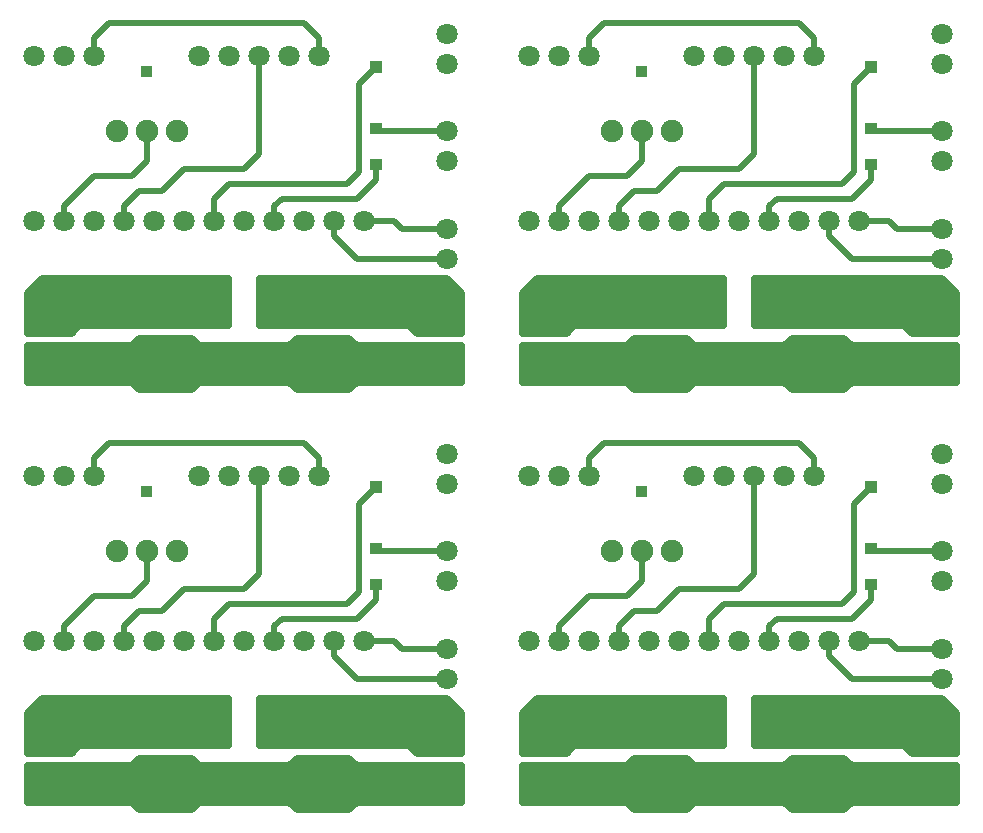
<source format=gbr>
%FSLAX34Y34*%
%MOMM*%
%LNSILK_TOP*%
G71*
G01*
%ADD10C, 1.80*%
%ADD11C, 4.50*%
%ADD12C, 3.00*%
%ADD13C, 2.00*%
%ADD14C, 1.90*%
%ADD15C, 1.80*%
%ADD16C, 0.50*%
%LPD*%
X279400Y927100D02*
G54D10*
D03*
X254000Y927100D02*
G54D10*
D03*
X228600Y927100D02*
G54D10*
D03*
X203200Y927100D02*
G54D10*
D03*
X177800Y927100D02*
G54D10*
D03*
X387350Y946150D02*
G54D10*
D03*
X387350Y920750D02*
G54D10*
D03*
X149225Y666750D02*
G54D11*
D03*
X282575Y666750D02*
G54D11*
D03*
G36*
X322620Y840620D02*
X332620Y840620D01*
X332620Y830620D01*
X322620Y830620D01*
X322620Y840620D01*
G37*
X381000Y706438D02*
G54D12*
D03*
X381000Y666750D02*
G54D12*
D03*
X50800Y666750D02*
G54D12*
D03*
X50800Y706438D02*
G54D12*
D03*
X155575Y730250D02*
G54D13*
D03*
X155575Y728662D02*
G54D13*
D03*
X155575Y727075D02*
G54D13*
D03*
X155575Y725488D02*
G54D13*
D03*
X155575Y723900D02*
G54D13*
D03*
X155575Y722312D02*
G54D13*
D03*
X155575Y720725D02*
G54D13*
D03*
X155575Y719138D02*
G54D13*
D03*
X155575Y717550D02*
G54D13*
D03*
X155575Y715962D02*
G54D13*
D03*
X155575Y714375D02*
G54D13*
D03*
X155575Y712788D02*
G54D13*
D03*
X155575Y711200D02*
G54D13*
D03*
X192088Y730250D02*
G54D13*
D03*
X192088Y728662D02*
G54D13*
D03*
X192088Y727075D02*
G54D13*
D03*
X192088Y725488D02*
G54D13*
D03*
X192088Y723900D02*
G54D13*
D03*
X192088Y722312D02*
G54D13*
D03*
X192088Y720725D02*
G54D13*
D03*
X192088Y719138D02*
G54D13*
D03*
X192088Y717550D02*
G54D13*
D03*
X192088Y715962D02*
G54D13*
D03*
X192088Y714375D02*
G54D13*
D03*
X192088Y712788D02*
G54D13*
D03*
X192088Y711200D02*
G54D13*
D03*
X239712Y730250D02*
G54D13*
D03*
X239712Y728662D02*
G54D13*
D03*
X239712Y727075D02*
G54D13*
D03*
X239712Y725488D02*
G54D13*
D03*
X239712Y723900D02*
G54D13*
D03*
X239712Y722312D02*
G54D13*
D03*
X239712Y720725D02*
G54D13*
D03*
X239712Y719138D02*
G54D13*
D03*
X239712Y717550D02*
G54D13*
D03*
X239712Y715962D02*
G54D13*
D03*
X239712Y714375D02*
G54D13*
D03*
X239712Y712788D02*
G54D13*
D03*
X239712Y711200D02*
G54D13*
D03*
X276225Y730250D02*
G54D13*
D03*
X276225Y728662D02*
G54D13*
D03*
X276225Y727075D02*
G54D13*
D03*
X276225Y725488D02*
G54D13*
D03*
X276225Y723900D02*
G54D13*
D03*
X276225Y722312D02*
G54D13*
D03*
X276225Y720725D02*
G54D13*
D03*
X276225Y719138D02*
G54D13*
D03*
X276225Y717550D02*
G54D13*
D03*
X276225Y715962D02*
G54D13*
D03*
X276225Y714375D02*
G54D13*
D03*
X276225Y712788D02*
G54D13*
D03*
X276225Y711200D02*
G54D13*
D03*
X387350Y863600D02*
G54D10*
D03*
X387350Y838200D02*
G54D10*
D03*
X387350Y781050D02*
G54D10*
D03*
X387350Y755650D02*
G54D10*
D03*
X107950Y863600D02*
G54D14*
D03*
X133350Y863600D02*
G54D14*
D03*
X158750Y863600D02*
G54D14*
D03*
X38100Y787400D02*
G54D15*
D03*
X63500Y787400D02*
G54D15*
D03*
X88900Y787400D02*
G54D15*
D03*
X114300Y787400D02*
G54D15*
D03*
X139700Y787400D02*
G54D15*
D03*
X165100Y787400D02*
G54D15*
D03*
X190500Y787400D02*
G54D15*
D03*
X215900Y787400D02*
G54D15*
D03*
X241300Y787400D02*
G54D15*
D03*
X266700Y787400D02*
G54D15*
D03*
X292100Y787400D02*
G54D15*
D03*
X317500Y787400D02*
G54D15*
D03*
G54D16*
X317500Y787400D02*
X342900Y787400D01*
X349250Y781050D01*
X387350Y781050D01*
G54D16*
X292100Y787400D02*
X292100Y774700D01*
X311150Y755650D01*
X387350Y755650D01*
X88900Y927100D02*
G54D10*
D03*
X63500Y927100D02*
G54D10*
D03*
X38100Y927100D02*
G54D10*
D03*
G54D16*
X327620Y835620D02*
X327620Y822920D01*
X311150Y806450D01*
X247650Y806450D01*
X241300Y800100D01*
X241300Y787400D01*
G36*
X322620Y871180D02*
X332620Y871180D01*
X332620Y861180D01*
X322620Y861180D01*
X322620Y871180D01*
G37*
G54D16*
X387350Y863600D02*
X330200Y863600D01*
X327620Y866180D01*
G54D16*
X190500Y787400D02*
X190500Y806450D01*
X203200Y819150D01*
X303212Y819150D01*
X313333Y829271D01*
X313333Y903883D01*
X327620Y918170D01*
G36*
X322620Y923170D02*
X332620Y923170D01*
X332620Y913170D01*
X322620Y913170D01*
X322620Y923170D01*
G37*
G54D16*
X114300Y787400D02*
X114300Y800100D01*
X127000Y812800D01*
X146050Y812800D01*
X165100Y831850D01*
X215900Y831850D01*
X228600Y844550D01*
X228600Y927100D01*
G54D16*
X63500Y787400D02*
X63500Y800100D01*
X88900Y825500D01*
X120650Y825500D01*
X133350Y838200D01*
X133350Y863600D01*
G36*
X128350Y919400D02*
X138350Y919400D01*
X138350Y909400D01*
X128350Y909400D01*
X128350Y919400D01*
G37*
G36*
X31750Y682625D02*
X120650Y682625D01*
X127000Y688975D01*
X171450Y688975D01*
X177800Y682625D01*
X254000Y682625D01*
X260350Y688975D01*
X304800Y688975D01*
X311150Y682625D01*
X400050Y682625D01*
X400050Y650875D01*
X311150Y650875D01*
X304800Y644525D01*
X260350Y644525D01*
X254000Y650875D01*
X177800Y650875D01*
X171450Y644525D01*
X127000Y644525D01*
X120650Y650875D01*
X31750Y650875D01*
X31750Y682625D01*
G37*
G54D16*
X31750Y682625D02*
X120650Y682625D01*
X127000Y688975D01*
X171450Y688975D01*
X177800Y682625D01*
X254000Y682625D01*
X260350Y688975D01*
X304800Y688975D01*
X311150Y682625D01*
X400050Y682625D01*
X400050Y650875D01*
X311150Y650875D01*
X304800Y644525D01*
X260350Y644525D01*
X254000Y650875D01*
X177800Y650875D01*
X171450Y644525D01*
X127000Y644525D01*
X120650Y650875D01*
X31750Y650875D01*
X31750Y682625D01*
G36*
X31750Y692150D02*
X69850Y692150D01*
X76200Y698500D01*
X203200Y698500D01*
X203200Y739775D01*
X44450Y739775D01*
X31750Y727075D01*
X31750Y692150D01*
G37*
G54D16*
X31750Y692150D02*
X69850Y692150D01*
X76200Y698500D01*
X203200Y698500D01*
X203200Y739775D01*
X44450Y739775D01*
X31750Y727075D01*
X31750Y692150D01*
G36*
X228600Y698500D02*
X355600Y698500D01*
X361950Y692150D01*
X400050Y692150D01*
X400050Y727075D01*
X387350Y739775D01*
X228600Y739775D01*
X228600Y698500D01*
G37*
G54D16*
X228600Y698500D02*
X355600Y698500D01*
X361950Y692150D01*
X400050Y692150D01*
X400050Y727075D01*
X387350Y739775D01*
X228600Y739775D01*
X228600Y698500D01*
G54D16*
X279400Y927100D02*
X279400Y942975D01*
X266700Y955675D01*
X101600Y955675D01*
X88900Y942975D01*
X88900Y927100D01*
X698500Y927100D02*
G54D10*
D03*
X673100Y927100D02*
G54D10*
D03*
X647700Y927100D02*
G54D10*
D03*
X622300Y927100D02*
G54D10*
D03*
X596900Y927100D02*
G54D10*
D03*
X806450Y946150D02*
G54D10*
D03*
X806450Y920750D02*
G54D10*
D03*
X568325Y666750D02*
G54D11*
D03*
X701675Y666750D02*
G54D11*
D03*
G36*
X741720Y840620D02*
X751720Y840620D01*
X751720Y830620D01*
X741720Y830620D01*
X741720Y840620D01*
G37*
X800100Y706438D02*
G54D12*
D03*
X800100Y666750D02*
G54D12*
D03*
X469900Y666750D02*
G54D12*
D03*
X469900Y706438D02*
G54D12*
D03*
X574675Y730250D02*
G54D13*
D03*
X574675Y728662D02*
G54D13*
D03*
X574675Y727075D02*
G54D13*
D03*
X574675Y725488D02*
G54D13*
D03*
X574675Y723900D02*
G54D13*
D03*
X574675Y722312D02*
G54D13*
D03*
X574675Y720725D02*
G54D13*
D03*
X574675Y719138D02*
G54D13*
D03*
X574675Y717550D02*
G54D13*
D03*
X574675Y715962D02*
G54D13*
D03*
X574675Y714375D02*
G54D13*
D03*
X574675Y712788D02*
G54D13*
D03*
X574675Y711200D02*
G54D13*
D03*
X611188Y730250D02*
G54D13*
D03*
X611188Y728662D02*
G54D13*
D03*
X611188Y727075D02*
G54D13*
D03*
X611188Y725488D02*
G54D13*
D03*
X611188Y723900D02*
G54D13*
D03*
X611188Y722312D02*
G54D13*
D03*
X611188Y720725D02*
G54D13*
D03*
X611188Y719138D02*
G54D13*
D03*
X611188Y717550D02*
G54D13*
D03*
X611188Y715962D02*
G54D13*
D03*
X611188Y714375D02*
G54D13*
D03*
X611188Y712788D02*
G54D13*
D03*
X611188Y711200D02*
G54D13*
D03*
X658812Y730250D02*
G54D13*
D03*
X658812Y728662D02*
G54D13*
D03*
X658812Y727075D02*
G54D13*
D03*
X658812Y725488D02*
G54D13*
D03*
X658812Y723900D02*
G54D13*
D03*
X658812Y722312D02*
G54D13*
D03*
X658812Y720725D02*
G54D13*
D03*
X658812Y719138D02*
G54D13*
D03*
X658812Y717550D02*
G54D13*
D03*
X658812Y715962D02*
G54D13*
D03*
X658812Y714375D02*
G54D13*
D03*
X658812Y712788D02*
G54D13*
D03*
X658812Y711200D02*
G54D13*
D03*
X695325Y730250D02*
G54D13*
D03*
X695325Y728662D02*
G54D13*
D03*
X695325Y727075D02*
G54D13*
D03*
X695325Y725488D02*
G54D13*
D03*
X695325Y723900D02*
G54D13*
D03*
X695325Y722312D02*
G54D13*
D03*
X695325Y720725D02*
G54D13*
D03*
X695325Y719138D02*
G54D13*
D03*
X695325Y717550D02*
G54D13*
D03*
X695325Y715962D02*
G54D13*
D03*
X695325Y714375D02*
G54D13*
D03*
X695325Y712788D02*
G54D13*
D03*
X695325Y711200D02*
G54D13*
D03*
X806450Y863600D02*
G54D10*
D03*
X806450Y838200D02*
G54D10*
D03*
X806450Y781050D02*
G54D10*
D03*
X806450Y755650D02*
G54D10*
D03*
X527050Y863600D02*
G54D14*
D03*
X552450Y863600D02*
G54D14*
D03*
X577850Y863600D02*
G54D14*
D03*
X457200Y787400D02*
G54D15*
D03*
X482600Y787400D02*
G54D15*
D03*
X508000Y787400D02*
G54D15*
D03*
X533400Y787400D02*
G54D15*
D03*
X558800Y787400D02*
G54D15*
D03*
X584200Y787400D02*
G54D15*
D03*
X609600Y787400D02*
G54D15*
D03*
X635000Y787400D02*
G54D15*
D03*
X660400Y787400D02*
G54D15*
D03*
X685800Y787400D02*
G54D15*
D03*
X711200Y787400D02*
G54D15*
D03*
X736600Y787400D02*
G54D15*
D03*
G54D16*
X736600Y787400D02*
X762000Y787400D01*
X768350Y781050D01*
X806450Y781050D01*
G54D16*
X711200Y787400D02*
X711200Y774700D01*
X730250Y755650D01*
X806450Y755650D01*
X508000Y927100D02*
G54D10*
D03*
X482600Y927100D02*
G54D10*
D03*
X457200Y927100D02*
G54D10*
D03*
G54D16*
X746720Y835620D02*
X746720Y822920D01*
X730250Y806450D01*
X666750Y806450D01*
X660400Y800100D01*
X660400Y787400D01*
G36*
X741720Y871180D02*
X751720Y871180D01*
X751720Y861180D01*
X741720Y861180D01*
X741720Y871180D01*
G37*
G54D16*
X806450Y863600D02*
X749300Y863600D01*
X746720Y866180D01*
G54D16*
X609600Y787400D02*
X609600Y806450D01*
X622300Y819150D01*
X722312Y819150D01*
X732433Y829270D01*
X732433Y903883D01*
X746720Y918170D01*
G36*
X741720Y923170D02*
X751720Y923170D01*
X751720Y913170D01*
X741720Y913170D01*
X741720Y923170D01*
G37*
G54D16*
X533400Y787400D02*
X533400Y800100D01*
X546100Y812800D01*
X565150Y812800D01*
X584200Y831850D01*
X635000Y831850D01*
X647700Y844550D01*
X647700Y927100D01*
G54D16*
X482600Y787400D02*
X482600Y800100D01*
X508000Y825500D01*
X539750Y825500D01*
X552450Y838200D01*
X552450Y863600D01*
G36*
X547450Y919400D02*
X557450Y919400D01*
X557450Y909400D01*
X547450Y909400D01*
X547450Y919400D01*
G37*
G36*
X450850Y682625D02*
X539750Y682625D01*
X546100Y688975D01*
X590550Y688975D01*
X596900Y682625D01*
X673100Y682625D01*
X679450Y688975D01*
X723900Y688975D01*
X730250Y682625D01*
X819150Y682625D01*
X819150Y650875D01*
X730250Y650875D01*
X723900Y644525D01*
X679450Y644525D01*
X673100Y650875D01*
X596900Y650875D01*
X590550Y644525D01*
X546100Y644525D01*
X539750Y650875D01*
X450850Y650875D01*
X450850Y682625D01*
G37*
G54D16*
X450850Y682625D02*
X539750Y682625D01*
X546100Y688975D01*
X590550Y688975D01*
X596900Y682625D01*
X673100Y682625D01*
X679450Y688975D01*
X723900Y688975D01*
X730250Y682625D01*
X819150Y682625D01*
X819150Y650875D01*
X730250Y650875D01*
X723900Y644525D01*
X679450Y644525D01*
X673100Y650875D01*
X596900Y650875D01*
X590550Y644525D01*
X546100Y644525D01*
X539750Y650875D01*
X450850Y650875D01*
X450850Y682625D01*
G36*
X450850Y692150D02*
X488950Y692150D01*
X495300Y698500D01*
X622300Y698500D01*
X622300Y739775D01*
X463550Y739775D01*
X450850Y727075D01*
X450850Y692150D01*
G37*
G54D16*
X450850Y692150D02*
X488950Y692150D01*
X495300Y698500D01*
X622300Y698500D01*
X622300Y739775D01*
X463550Y739775D01*
X450850Y727075D01*
X450850Y692150D01*
G36*
X647700Y698500D02*
X774700Y698500D01*
X781050Y692150D01*
X819150Y692150D01*
X819150Y727075D01*
X806450Y739775D01*
X647700Y739775D01*
X647700Y698500D01*
G37*
G54D16*
X647700Y698500D02*
X774700Y698500D01*
X781050Y692150D01*
X819150Y692150D01*
X819150Y727075D01*
X806450Y739775D01*
X647700Y739775D01*
X647700Y698500D01*
G54D16*
X698500Y927100D02*
X698500Y942975D01*
X685800Y955675D01*
X520700Y955675D01*
X508000Y942975D01*
X508000Y927100D01*
X279400Y571500D02*
G54D10*
D03*
X254000Y571500D02*
G54D10*
D03*
X228600Y571500D02*
G54D10*
D03*
X203200Y571500D02*
G54D10*
D03*
X177800Y571500D02*
G54D10*
D03*
X387350Y590550D02*
G54D10*
D03*
X387350Y565150D02*
G54D10*
D03*
X149225Y311150D02*
G54D11*
D03*
X282575Y311150D02*
G54D11*
D03*
G36*
X322620Y485020D02*
X332620Y485020D01*
X332620Y475020D01*
X322620Y475020D01*
X322620Y485020D01*
G37*
X381000Y350838D02*
G54D12*
D03*
X381000Y311150D02*
G54D12*
D03*
X50800Y311150D02*
G54D12*
D03*
X50800Y350838D02*
G54D12*
D03*
X155575Y374650D02*
G54D13*
D03*
X155575Y373062D02*
G54D13*
D03*
X155575Y371475D02*
G54D13*
D03*
X155575Y369888D02*
G54D13*
D03*
X155575Y368300D02*
G54D13*
D03*
X155575Y366712D02*
G54D13*
D03*
X155575Y365125D02*
G54D13*
D03*
X155575Y363538D02*
G54D13*
D03*
X155575Y361950D02*
G54D13*
D03*
X155575Y360362D02*
G54D13*
D03*
X155575Y358775D02*
G54D13*
D03*
X155575Y357188D02*
G54D13*
D03*
X155575Y355600D02*
G54D13*
D03*
X192088Y374650D02*
G54D13*
D03*
X192088Y373062D02*
G54D13*
D03*
X192088Y371475D02*
G54D13*
D03*
X192088Y369888D02*
G54D13*
D03*
X192088Y368300D02*
G54D13*
D03*
X192088Y366712D02*
G54D13*
D03*
X192088Y365125D02*
G54D13*
D03*
X192088Y363538D02*
G54D13*
D03*
X192088Y361950D02*
G54D13*
D03*
X192088Y360362D02*
G54D13*
D03*
X192088Y358775D02*
G54D13*
D03*
X192088Y357188D02*
G54D13*
D03*
X192088Y355600D02*
G54D13*
D03*
X239712Y374650D02*
G54D13*
D03*
X239712Y373062D02*
G54D13*
D03*
X239712Y371475D02*
G54D13*
D03*
X239712Y369888D02*
G54D13*
D03*
X239712Y368300D02*
G54D13*
D03*
X239712Y366712D02*
G54D13*
D03*
X239712Y365125D02*
G54D13*
D03*
X239712Y363538D02*
G54D13*
D03*
X239712Y361950D02*
G54D13*
D03*
X239712Y360362D02*
G54D13*
D03*
X239712Y358775D02*
G54D13*
D03*
X239712Y357188D02*
G54D13*
D03*
X239712Y355600D02*
G54D13*
D03*
X276225Y374650D02*
G54D13*
D03*
X276225Y373062D02*
G54D13*
D03*
X276225Y371475D02*
G54D13*
D03*
X276225Y369888D02*
G54D13*
D03*
X276225Y368300D02*
G54D13*
D03*
X276225Y366712D02*
G54D13*
D03*
X276225Y365125D02*
G54D13*
D03*
X276225Y363538D02*
G54D13*
D03*
X276225Y361950D02*
G54D13*
D03*
X276225Y360362D02*
G54D13*
D03*
X276225Y358775D02*
G54D13*
D03*
X276225Y357188D02*
G54D13*
D03*
X276225Y355600D02*
G54D13*
D03*
X387350Y508000D02*
G54D10*
D03*
X387350Y482600D02*
G54D10*
D03*
X387350Y425450D02*
G54D10*
D03*
X387350Y400050D02*
G54D10*
D03*
X107950Y508000D02*
G54D14*
D03*
X133350Y508000D02*
G54D14*
D03*
X158750Y508000D02*
G54D14*
D03*
X38100Y431800D02*
G54D15*
D03*
X63500Y431800D02*
G54D15*
D03*
X88900Y431800D02*
G54D15*
D03*
X114300Y431800D02*
G54D15*
D03*
X139700Y431800D02*
G54D15*
D03*
X165100Y431800D02*
G54D15*
D03*
X190500Y431800D02*
G54D15*
D03*
X215900Y431800D02*
G54D15*
D03*
X241300Y431800D02*
G54D15*
D03*
X266700Y431800D02*
G54D15*
D03*
X292100Y431800D02*
G54D15*
D03*
X317500Y431800D02*
G54D15*
D03*
G54D16*
X317500Y431800D02*
X342900Y431800D01*
X349250Y425450D01*
X387350Y425450D01*
G54D16*
X292100Y431800D02*
X292100Y419100D01*
X311150Y400050D01*
X387350Y400050D01*
X88900Y571500D02*
G54D10*
D03*
X63500Y571500D02*
G54D10*
D03*
X38100Y571500D02*
G54D10*
D03*
G54D16*
X327620Y480020D02*
X327620Y467320D01*
X311150Y450850D01*
X247650Y450850D01*
X241300Y444500D01*
X241300Y431800D01*
G36*
X322620Y515580D02*
X332620Y515580D01*
X332620Y505580D01*
X322620Y505580D01*
X322620Y515580D01*
G37*
G54D16*
X387350Y508000D02*
X330200Y508000D01*
X327620Y510580D01*
G54D16*
X190500Y431800D02*
X190500Y450850D01*
X203200Y463550D01*
X303212Y463550D01*
X313333Y473670D01*
X313333Y548283D01*
X327620Y562570D01*
G36*
X322620Y567570D02*
X332620Y567570D01*
X332620Y557570D01*
X322620Y557570D01*
X322620Y567570D01*
G37*
G54D16*
X114300Y431800D02*
X114300Y444500D01*
X127000Y457200D01*
X146050Y457200D01*
X165100Y476250D01*
X215900Y476250D01*
X228600Y488950D01*
X228600Y571500D01*
G54D16*
X63500Y431800D02*
X63500Y444500D01*
X88900Y469900D01*
X120650Y469900D01*
X133350Y482600D01*
X133350Y508000D01*
G36*
X128350Y563800D02*
X138350Y563800D01*
X138350Y553800D01*
X128350Y553800D01*
X128350Y563800D01*
G37*
G36*
X31750Y327025D02*
X120650Y327025D01*
X127000Y333375D01*
X171450Y333375D01*
X177800Y327025D01*
X254000Y327025D01*
X260350Y333375D01*
X304800Y333375D01*
X311150Y327025D01*
X400050Y327025D01*
X400050Y295275D01*
X311150Y295275D01*
X304800Y288925D01*
X260350Y288925D01*
X254000Y295275D01*
X177800Y295275D01*
X171450Y288925D01*
X127000Y288925D01*
X120650Y295275D01*
X31750Y295275D01*
X31750Y327025D01*
G37*
G54D16*
X31750Y327025D02*
X120650Y327025D01*
X127000Y333375D01*
X171450Y333375D01*
X177800Y327025D01*
X254000Y327025D01*
X260350Y333375D01*
X304800Y333375D01*
X311150Y327025D01*
X400050Y327025D01*
X400050Y295275D01*
X311150Y295275D01*
X304800Y288925D01*
X260350Y288925D01*
X254000Y295275D01*
X177800Y295275D01*
X171450Y288925D01*
X127000Y288925D01*
X120650Y295275D01*
X31750Y295275D01*
X31750Y327025D01*
G36*
X31750Y336550D02*
X69850Y336550D01*
X76200Y342900D01*
X203200Y342900D01*
X203200Y384175D01*
X44450Y384175D01*
X31750Y371475D01*
X31750Y336550D01*
G37*
G54D16*
X31750Y336550D02*
X69850Y336550D01*
X76200Y342900D01*
X203200Y342900D01*
X203200Y384175D01*
X44450Y384175D01*
X31750Y371475D01*
X31750Y336550D01*
G36*
X228600Y342900D02*
X355600Y342900D01*
X361950Y336550D01*
X400050Y336550D01*
X400050Y371475D01*
X387350Y384175D01*
X228600Y384175D01*
X228600Y342900D01*
G37*
G54D16*
X228600Y342900D02*
X355600Y342900D01*
X361950Y336550D01*
X400050Y336550D01*
X400050Y371475D01*
X387350Y384175D01*
X228600Y384175D01*
X228600Y342900D01*
G54D16*
X279400Y571500D02*
X279400Y587375D01*
X266700Y600075D01*
X101600Y600075D01*
X88900Y587375D01*
X88900Y571500D01*
X698500Y571500D02*
G54D10*
D03*
X673100Y571500D02*
G54D10*
D03*
X647700Y571500D02*
G54D10*
D03*
X622300Y571500D02*
G54D10*
D03*
X596900Y571500D02*
G54D10*
D03*
X806450Y590550D02*
G54D10*
D03*
X806450Y565150D02*
G54D10*
D03*
X568325Y311150D02*
G54D11*
D03*
X701675Y311150D02*
G54D11*
D03*
G36*
X741720Y485020D02*
X751720Y485020D01*
X751720Y475020D01*
X741720Y475020D01*
X741720Y485020D01*
G37*
X800100Y350838D02*
G54D12*
D03*
X800100Y311150D02*
G54D12*
D03*
X469900Y311150D02*
G54D12*
D03*
X469900Y350838D02*
G54D12*
D03*
X574675Y374650D02*
G54D13*
D03*
X574675Y373062D02*
G54D13*
D03*
X574675Y371475D02*
G54D13*
D03*
X574675Y369888D02*
G54D13*
D03*
X574675Y368300D02*
G54D13*
D03*
X574675Y366712D02*
G54D13*
D03*
X574675Y365125D02*
G54D13*
D03*
X574675Y363538D02*
G54D13*
D03*
X574675Y361950D02*
G54D13*
D03*
X574675Y360362D02*
G54D13*
D03*
X574675Y358775D02*
G54D13*
D03*
X574675Y357188D02*
G54D13*
D03*
X574675Y355600D02*
G54D13*
D03*
X611188Y374650D02*
G54D13*
D03*
X611188Y373062D02*
G54D13*
D03*
X611188Y371475D02*
G54D13*
D03*
X611188Y369888D02*
G54D13*
D03*
X611188Y368300D02*
G54D13*
D03*
X611188Y366712D02*
G54D13*
D03*
X611188Y365125D02*
G54D13*
D03*
X611188Y363538D02*
G54D13*
D03*
X611188Y361950D02*
G54D13*
D03*
X611188Y360362D02*
G54D13*
D03*
X611188Y358775D02*
G54D13*
D03*
X611188Y357188D02*
G54D13*
D03*
X611188Y355600D02*
G54D13*
D03*
X658812Y374650D02*
G54D13*
D03*
X658812Y373062D02*
G54D13*
D03*
X658812Y371475D02*
G54D13*
D03*
X658812Y369888D02*
G54D13*
D03*
X658812Y368300D02*
G54D13*
D03*
X658812Y366712D02*
G54D13*
D03*
X658812Y365125D02*
G54D13*
D03*
X658812Y363538D02*
G54D13*
D03*
X658812Y361950D02*
G54D13*
D03*
X658812Y360362D02*
G54D13*
D03*
X658812Y358775D02*
G54D13*
D03*
X658812Y357188D02*
G54D13*
D03*
X658812Y355600D02*
G54D13*
D03*
X695325Y374650D02*
G54D13*
D03*
X695325Y373062D02*
G54D13*
D03*
X695325Y371475D02*
G54D13*
D03*
X695325Y369888D02*
G54D13*
D03*
X695325Y368300D02*
G54D13*
D03*
X695325Y366712D02*
G54D13*
D03*
X695325Y365125D02*
G54D13*
D03*
X695325Y363538D02*
G54D13*
D03*
X695325Y361950D02*
G54D13*
D03*
X695325Y360362D02*
G54D13*
D03*
X695325Y358775D02*
G54D13*
D03*
X695325Y357188D02*
G54D13*
D03*
X695325Y355600D02*
G54D13*
D03*
X806450Y508000D02*
G54D10*
D03*
X806450Y482600D02*
G54D10*
D03*
X806450Y425450D02*
G54D10*
D03*
X806450Y400050D02*
G54D10*
D03*
X527050Y508000D02*
G54D14*
D03*
X552450Y508000D02*
G54D14*
D03*
X577850Y508000D02*
G54D14*
D03*
X457200Y431800D02*
G54D15*
D03*
X482600Y431800D02*
G54D15*
D03*
X508000Y431800D02*
G54D15*
D03*
X533400Y431800D02*
G54D15*
D03*
X558800Y431800D02*
G54D15*
D03*
X584200Y431800D02*
G54D15*
D03*
X609600Y431800D02*
G54D15*
D03*
X635000Y431800D02*
G54D15*
D03*
X660400Y431800D02*
G54D15*
D03*
X685800Y431800D02*
G54D15*
D03*
X711200Y431800D02*
G54D15*
D03*
X736600Y431800D02*
G54D15*
D03*
G54D16*
X736600Y431800D02*
X762000Y431800D01*
X768350Y425450D01*
X806450Y425450D01*
G54D16*
X711200Y431800D02*
X711200Y419100D01*
X730250Y400050D01*
X806450Y400050D01*
X508000Y571500D02*
G54D10*
D03*
X482600Y571500D02*
G54D10*
D03*
X457200Y571500D02*
G54D10*
D03*
G54D16*
X746720Y480020D02*
X746720Y467320D01*
X730250Y450850D01*
X666750Y450850D01*
X660400Y444500D01*
X660400Y431800D01*
G36*
X741720Y515580D02*
X751720Y515580D01*
X751720Y505580D01*
X741720Y505580D01*
X741720Y515580D01*
G37*
G54D16*
X806450Y508000D02*
X749300Y508000D01*
X746720Y510580D01*
G54D16*
X609600Y431800D02*
X609600Y450850D01*
X622300Y463550D01*
X722312Y463550D01*
X732433Y473670D01*
X732433Y548283D01*
X746720Y562570D01*
G36*
X741720Y567570D02*
X751720Y567570D01*
X751720Y557570D01*
X741720Y557570D01*
X741720Y567570D01*
G37*
G54D16*
X533400Y431800D02*
X533400Y444500D01*
X546100Y457200D01*
X565150Y457200D01*
X584200Y476250D01*
X635000Y476250D01*
X647700Y488950D01*
X647700Y571500D01*
G54D16*
X482600Y431800D02*
X482600Y444500D01*
X508000Y469900D01*
X539750Y469900D01*
X552450Y482600D01*
X552450Y508000D01*
G36*
X547450Y563800D02*
X557450Y563800D01*
X557450Y553800D01*
X547450Y553800D01*
X547450Y563800D01*
G37*
G36*
X450850Y327025D02*
X539750Y327025D01*
X546100Y333375D01*
X590550Y333375D01*
X596900Y327025D01*
X673100Y327025D01*
X679450Y333375D01*
X723900Y333375D01*
X730250Y327025D01*
X819150Y327025D01*
X819150Y295275D01*
X730250Y295275D01*
X723900Y288925D01*
X679450Y288925D01*
X673100Y295275D01*
X596900Y295275D01*
X590550Y288925D01*
X546100Y288925D01*
X539750Y295275D01*
X450850Y295275D01*
X450850Y327025D01*
G37*
G54D16*
X450850Y327025D02*
X539750Y327025D01*
X546100Y333375D01*
X590550Y333375D01*
X596900Y327025D01*
X673100Y327025D01*
X679450Y333375D01*
X723900Y333375D01*
X730250Y327025D01*
X819150Y327025D01*
X819150Y295275D01*
X730250Y295275D01*
X723900Y288925D01*
X679450Y288925D01*
X673100Y295275D01*
X596900Y295275D01*
X590550Y288925D01*
X546100Y288925D01*
X539750Y295275D01*
X450850Y295275D01*
X450850Y327025D01*
G36*
X450850Y336550D02*
X488950Y336550D01*
X495300Y342900D01*
X622300Y342900D01*
X622300Y384175D01*
X463550Y384175D01*
X450850Y371475D01*
X450850Y336550D01*
G37*
G54D16*
X450850Y336550D02*
X488950Y336550D01*
X495300Y342900D01*
X622300Y342900D01*
X622300Y384175D01*
X463550Y384175D01*
X450850Y371475D01*
X450850Y336550D01*
G36*
X647700Y342900D02*
X774700Y342900D01*
X781050Y336550D01*
X819150Y336550D01*
X819150Y371475D01*
X806450Y384175D01*
X647700Y384175D01*
X647700Y342900D01*
G37*
G54D16*
X647700Y342900D02*
X774700Y342900D01*
X781050Y336550D01*
X819150Y336550D01*
X819150Y371475D01*
X806450Y384175D01*
X647700Y384175D01*
X647700Y342900D01*
G54D16*
X698500Y571500D02*
X698500Y587375D01*
X685800Y600075D01*
X520700Y600075D01*
X508000Y587375D01*
X508000Y571500D01*
M02*

</source>
